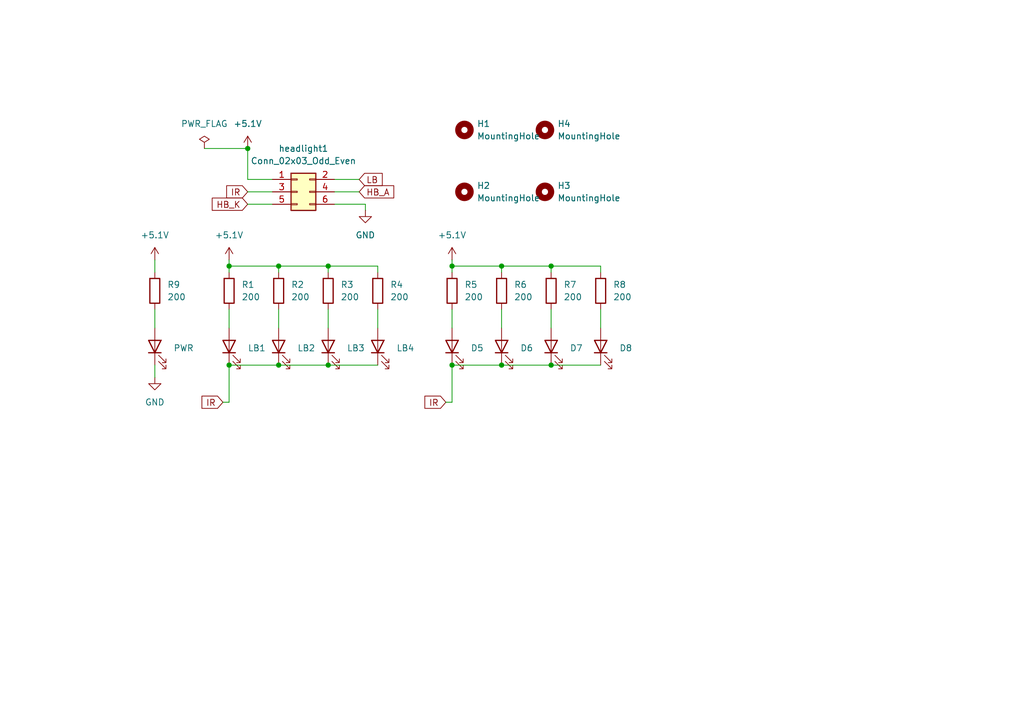
<source format=kicad_sch>
(kicad_sch (version 20250114) (generator "eeschema") (generator_version "9.0")
  (paper "A5")
  (title_block (date "2025-05-23") (rev "00"))
  (lib_symbols
    (symbol "Connector_Generic:Conn_02x03_Odd_Even" (pin_names (offset 1.016) (hide yes))
      (property "Reference" "J" (at 1.27 5.08 0))
      (property "Value" "Conn_02x03_Odd_Even" (at 1.27 -5.08 0))
      (symbol "Conn_02x03_Odd_Even_1_1"
        (rectangle (start -1.27 3.81) (end 3.81 -3.81) (stroke (width 0.254)) (fill (type background)))
        (rectangle (start -1.27 2.667) (end 0 2.413) (stroke (width 0.1524)))
        (rectangle (start -1.27 0.127) (end 0 -0.127) (stroke (width 0.1524)))
        (rectangle (start -1.27 -2.413) (end 0 -2.667) (stroke (width 0.1524)))
        (rectangle (start 3.81 2.667) (end 2.54 2.413) (stroke (width 0.1524)))
        (rectangle (start 3.81 0.127) (end 2.54 -0.127) (stroke (width 0.1524)))
        (rectangle (start 3.81 -2.413) (end 2.54 -2.667) (stroke (width 0.1524)))
        (pin passive line (at -5.08 2.54 0) (length 3.81) (name "Pin_1") (number "1"))
        (pin passive line (at -5.08 0 0) (length 3.81) (name "Pin_3") (number "3"))
        (pin passive line (at -5.08 -2.54 0) (length 3.81) (name "Pin_5") (number "5"))
        (pin passive line (at 7.62 2.54 180) (length 3.81) (name "Pin_2") (number "2"))
        (pin passive line (at 7.62 0 180) (length 3.81) (name "Pin_4") (number "4"))
        (pin passive line (at 7.62 -2.54 180) (length 3.81) (name "Pin_6") (number "6"))
      )
    )
    (symbol "Device:LED" (pin_numbers (hide yes)) (pin_names (offset 1.016) (hide yes))
      (property "Reference" "D" (at 0 2.54 0))
      (property "Value" "LED" (at 0 -2.54 0))
      (symbol "LED_0_1"
        (polyline (pts (xy -3.048 -0.762) (xy -4.572 -2.286) (xy -3.81 -2.286) (xy -4.572 -2.286) (xy -4.572 -1.524)))
        (polyline (pts (xy -1.778 -0.762) (xy -3.302 -2.286) (xy -2.54 -2.286) (xy -3.302 -2.286) (xy -3.302 -1.524)))
        (polyline (pts (xy -1.27 0) (xy 1.27 0)))
        (polyline (pts (xy -1.27 -1.27) (xy -1.27 1.27)) (stroke (width 0.254)))
        (polyline (pts (xy 1.27 -1.27) (xy 1.27 1.27) (xy -1.27 0) (xy 1.27 -1.27)) (stroke (width 0.254)))
      )
      (symbol "LED_1_1"
        (pin passive line (at -3.81 0 0) (length 2.54) (name "K") (number "1"))
        (pin passive line (at 3.81 0 180) (length 2.54) (name "A") (number "2"))
      )
    )
    (symbol "Device:R" (pin_numbers (hide yes)) (pin_names (offset 0))
      (property "Reference" "R" (at 2.032 0 90))
      (property "Value" "R" (at 0 0 90))
      (symbol "R_0_1"
        (rectangle (start -1.016 -2.54) (end 1.016 2.54) (stroke (width 0.254)))
      )
      (symbol "R_1_1"
        (pin passive line (at 0 3.81 270) (length 1.27) (name "~") (number "1"))
        (pin passive line (at 0 -3.81 90) (length 1.27) (name "~") (number "2"))
      )
    )
    (symbol "Mechanical:MountingHole" (pin_names (offset 1.016)) (exclude_from_sim yes) (in_bom no)
      (property "Reference" "H" (at 0 5.08 0))
      (property "Value" "MountingHole" (at 0 3.175 0))
      (symbol "MountingHole_0_1"
        (circle (center 0 0) (radius 1.27) (stroke (width 1.27)))
      )
    )
    (symbol "power:+5V" (power) (pin_numbers (hide yes)) (pin_names (offset 0) (hide yes))
      (property "Value" "+5V" (at 0 3.556 0))
      (symbol "+5V_0_1"
        (polyline (pts (xy -0.762 1.27) (xy 0 2.54)))
        (polyline (pts (xy 0 2.54) (xy 0.762 1.27)))
        (polyline (pts (xy 0 0) (xy 0 2.54)))
      )
      (symbol "+5V_1_1"
        (pin power_in line (at 0 0 90) (length 0) (name "~") (number "1"))
      )
    )
    (symbol "power:GND" (power) (pin_numbers (hide yes)) (pin_names (offset 0) (hide yes))
      (property "Value" "GND" (at 0 -3.81 0))
      (symbol "GND_0_1"
        (polyline (pts (xy 0 0) (xy 0 -1.27) (xy 1.27 -1.27) (xy 0 -2.54) (xy -1.27 -1.27) (xy 0 -1.27)))
      )
      (symbol "GND_1_1"
        (pin power_in line (at 0 0 270) (length 0) (name "~") (number "1"))
      )
    )
    (symbol "power:PWR_FLAG" (power) (pin_numbers (hide yes)) (pin_names (offset 0) (hide yes))
      (property "Value" "PWR_FLAG" (at 0 3.81 0))
      (symbol "PWR_FLAG_0_0"
        (pin power_out line (at 0 0 90) (length 0) (name "~") (number "1"))
      )
      (symbol "PWR_FLAG_0_1"
        (polyline (pts (xy 0 0) (xy 0 1.27) (xy -1.016 1.905) (xy 0 2.54) (xy 1.016 1.905) (xy 0 1.27)))
      )
    )
  )
  (junction (at 46.99 74.93))
  (junction (at 113.03 54.61))
  (junction (at 57.15 74.93))
  (junction (at 46.99 54.61))
  (junction (at 92.71 54.61))
  (junction (at 102.87 54.61))
  (junction (at 92.71 74.93))
  (junction (at 113.03 74.93))
  (junction (at 67.31 54.61))
  (junction (at 57.15 54.61))
  (junction (at 50.8 30.48))
  (junction (at 67.31 74.93))
  (junction (at 102.87 74.93))
  (wire (pts (xy 67.31 54.61) (xy 67.31 55.88)))
  (wire (pts (xy 92.71 54.61) (xy 92.71 55.88)))
  (wire (pts (xy 92.71 63.5) (xy 92.71 67.31)))
  (wire (pts (xy 57.15 54.61) (xy 57.15 55.88)))
  (wire (pts (xy 102.87 74.93) (xy 113.03 74.93)))
  (wire (pts (xy 92.71 82.55) (xy 92.71 74.93)))
  (wire (pts (xy 57.15 74.93) (xy 67.31 74.93)))
  (wire (pts (xy 41.91 30.48) (xy 50.8 30.48)))
  (wire (pts (xy 73.66 36.83) (xy 68.58 36.83)))
  (wire (pts (xy 102.87 54.61) (xy 113.03 54.61)))
  (wire (pts (xy 113.03 63.5) (xy 113.03 67.31)))
  (wire (pts (xy 57.15 63.5) (xy 57.15 67.31)))
  (wire (pts (xy 91.44 82.55) (xy 92.71 82.55)))
  (wire (pts (xy 113.03 74.93) (xy 123.19 74.93)))
  (wire (pts (xy 123.19 55.88) (xy 123.19 54.61)))
  (wire (pts (xy 46.99 74.93) (xy 57.15 74.93)))
  (wire (pts (xy 55.88 39.37) (xy 50.8 39.37)))
  (wire (pts (xy 67.31 74.93) (xy 77.47 74.93)))
  (wire (pts (xy 57.15 54.61) (xy 67.31 54.61)))
  (wire (pts (xy 45.72 82.55) (xy 46.99 82.55)))
  (wire (pts (xy 123.19 54.61) (xy 113.03 54.61)))
  (wire (pts (xy 102.87 54.61) (xy 92.71 54.61)))
  (wire (pts (xy 74.93 41.91) (xy 68.58 41.91)))
  (wire (pts (xy 92.71 74.93) (xy 102.87 74.93)))
  (wire (pts (xy 31.75 77.47) (xy 31.75 74.93)))
  (wire (pts (xy 46.99 82.55) (xy 46.99 74.93)))
  (wire (pts (xy 113.03 54.61) (xy 113.03 55.88)))
  (wire (pts (xy 92.71 53.34) (xy 92.71 54.61)))
  (wire (pts (xy 50.8 41.91) (xy 55.88 41.91)))
  (wire (pts (xy 46.99 53.34) (xy 46.99 54.61)))
  (wire (pts (xy 77.47 55.88) (xy 77.47 54.61)))
  (wire (pts (xy 50.8 36.83) (xy 55.88 36.83)))
  (wire (pts (xy 123.19 63.5) (xy 123.19 67.31)))
  (wire (pts (xy 102.87 63.5) (xy 102.87 67.31)))
  (wire (pts (xy 102.87 54.61) (xy 102.87 55.88)))
  (wire (pts (xy 67.31 63.5) (xy 67.31 67.31)))
  (wire (pts (xy 77.47 54.61) (xy 67.31 54.61)))
  (wire (pts (xy 46.99 54.61) (xy 46.99 55.88)))
  (wire (pts (xy 50.8 30.48) (xy 50.8 36.83)))
  (wire (pts (xy 31.75 67.31) (xy 31.75 63.5)))
  (wire (pts (xy 31.75 55.88) (xy 31.75 53.34)))
  (wire (pts (xy 46.99 63.5) (xy 46.99 67.31)))
  (wire (pts (xy 74.93 43.18) (xy 74.93 41.91)))
  (wire (pts (xy 77.47 63.5) (xy 77.47 67.31)))
  (wire (pts (xy 57.15 54.61) (xy 46.99 54.61)))
  (wire (pts (xy 73.66 39.37) (xy 68.58 39.37)))
  (global_label "IR" (shape input) (at 50.8 39.37 180) (property "Intersheetrefs" "${INTERSHEET_REFS}" (effects (hide yes))))
  (global_label "IR" (shape input) (at 91.44 82.55 180) (property "Intersheetrefs" "${INTERSHEET_REFS}" (effects (hide yes))))
  (global_label "HB_K" (shape input) (at 50.8 41.91 180) (property "Intersheetrefs" "${INTERSHEET_REFS}" (effects (hide yes))))
  (global_label "LB" (shape input) (at 73.66 36.83 0) (property "Intersheetrefs" "${INTERSHEET_REFS}" (effects (hide yes))))
  (global_label "HB_A" (shape input) (at 73.66 39.37 0) (property "Intersheetrefs" "${INTERSHEET_REFS}" (effects (hide yes))))
  (global_label "IR" (shape input) (at 45.72 82.55 180) (property "Intersheetrefs" "${INTERSHEET_REFS}" (effects (hide yes))))
  (symbol (lib_id "Device:LED") (at 67.31 71.12 90) (unit 1)
    (property "Reference" "LB3" (at 71.12 71.4374 90) (effects (justify right)))
    (property "Footprint" "LED_SMD:LED_1206_3216Metric_Pad1.42x1.75mm_HandSolder" (effects (hide yes)))
    (property "Description" "Light emitting diode" (effects (hide yes)))
    (property "Sim.Pins" "1=K 2=A" (effects (hide yes)))
  )
  (symbol (lib_id "Device:LED") (at 113.03 71.12 90) (unit 1)
    (property "Reference" "D7" (at 116.84 71.4374 90) (effects (justify right)))
    (property "Value" "LED" (effects (hide yes)))
    (property "Footprint" "LED_SMD:LED_1206_3216Metric_Pad1.42x1.75mm_HandSolder" (effects (hide yes)))
    (property "Description" "Light emitting diode" (effects (hide yes)))
    (property "Sim.Pins" "1=K 2=A" (effects (hide yes)))
  )
  (symbol (lib_id "Device:LED") (at 92.71 71.12 90) (unit 1)
    (property "Reference" "D5" (at 96.52 71.4374 90) (effects (justify right)))
    (property "Value" "IR1" (effects (hide yes)))
    (property "Footprint" "LED_SMD:LED_1206_3216Metric_Pad1.42x1.75mm_HandSolder" (effects (hide yes)))
    (property "Description" "Light emitting diode" (effects (hide yes)))
    (property "Sim.Pins" "1=K 2=A" (effects (hide yes)))
  )
  (symbol (lib_id "power:GND") (at 31.75 77.47 0) (unit 1)
    (property "Reference" "#PWR02" (effects (hide yes)))
    (property "Value" "GND" (at 31.75 82.55 0))
    (property "Description" "Power symbol creates a global label with name \"GND\" , ground" (effects (hide yes)))
  )
  (symbol (lib_id "Device:LED") (at 102.87 71.12 90) (unit 1)
    (property "Reference" "D6" (at 106.68 71.4374 90) (effects (justify right)))
    (property "Value" "LED" (effects (hide yes)))
    (property "Footprint" "LED_SMD:LED_1206_3216Metric_Pad1.42x1.75mm_HandSolder" (effects (hide yes)))
    (property "Description" "Light emitting diode" (effects (hide yes)))
    (property "Sim.Pins" "1=K 2=A" (effects (hide yes)))
  )
  (symbol (lib_id "Mechanical:MountingHole") (at 95.25 26.67 0) (unit 1) (exclude_from_sim yes) (in_bom no)
    (property "Reference" "H1" (at 97.79 25.3999 0) (effects (justify left)))
    (property "Value" "MountingHole" (at 97.79 27.9399 0) (effects (justify left)))
    (property "Description" "Mounting Hole without connection" (effects (hide yes)))
  )
  (symbol (lib_id "Mechanical:MountingHole") (at 111.76 39.37 0) (unit 1) (exclude_from_sim yes) (in_bom no)
    (property "Reference" "H3" (at 114.3 38.0999 0) (effects (justify left)))
    (property "Value" "MountingHole" (at 114.3 40.6399 0) (effects (justify left)))
    (property "Description" "Mounting Hole without connection" (effects (hide yes)))
  )
  (symbol (lib_id "power:+5V") (at 46.99 53.34 0) (unit 1)
    (property "Reference" "#PWR069" (effects (hide yes)))
    (property "Value" "+5.1V" (at 46.99 48.26 0))
    (property "Description" "Power symbol creates a global label with name \"+5V\"" (effects (hide yes)))
  )
  (symbol (lib_id "Mechanical:MountingHole") (at 111.76 26.67 0) (unit 1) (exclude_from_sim yes) (in_bom no)
    (property "Reference" "H4" (at 114.3 25.3999 0) (effects (justify left)))
    (property "Value" "MountingHole" (at 114.3 27.9399 0) (effects (justify left)))
    (property "Description" "Mounting Hole without connection" (effects (hide yes)))
  )
  (symbol (lib_id "Device:R") (at 113.03 59.69 0) (unit 1)
    (property "Reference" "R7" (at 115.57 58.4199 0) (effects (justify left)))
    (property "Value" "200" (at 115.57 60.9599 0) (effects (justify left)))
    (property "Footprint" "Resistor_SMD:R_0603_1608Metric_Pad0.98x0.95mm_HandSolder" (effects (hide yes)))
    (property "Description" "Resistor" (effects (hide yes)))
  )
  (symbol (lib_id "Device:LED") (at 123.19 71.12 90) (unit 1)
    (property "Reference" "D8" (at 127 71.4374 90) (effects (justify right)))
    (property "Value" "LED" (effects (hide yes)))
    (property "Footprint" "LED_SMD:LED_1206_3216Metric_Pad1.42x1.75mm_HandSolder" (effects (hide yes)))
    (property "Description" "Light emitting diode" (effects (hide yes)))
    (property "Sim.Pins" "1=K 2=A" (effects (hide yes)))
  )
  (symbol (lib_id "Device:R") (at 77.47 59.69 0) (unit 1)
    (property "Reference" "R4" (at 80.01 58.4199 0) (effects (justify left)))
    (property "Value" "200" (at 80.01 60.9599 0) (effects (justify left)))
    (property "Footprint" "Resistor_SMD:R_0603_1608Metric_Pad0.98x0.95mm_HandSolder" (effects (hide yes)))
    (property "Description" "Resistor" (effects (hide yes)))
  )
  (symbol (lib_id "Mechanical:MountingHole") (at 95.25 39.37 0) (unit 1) (exclude_from_sim yes) (in_bom no)
    (property "Reference" "H2" (at 97.79 38.0999 0) (effects (justify left)))
    (property "Value" "MountingHole" (at 97.79 40.6399 0) (effects (justify left)))
    (property "Description" "Mounting Hole without connection" (effects (hide yes)))
  )
  (symbol (lib_id "Device:R") (at 57.15 59.69 0) (unit 1)
    (property "Reference" "R2" (at 59.69 58.4199 0) (effects (justify left)))
    (property "Value" "200" (at 59.69 60.9599 0) (effects (justify left)))
    (property "Footprint" "Resistor_SMD:R_0603_1608Metric_Pad0.98x0.95mm_HandSolder" (effects (hide yes)))
    (property "Description" "Resistor" (effects (hide yes)))
  )
  (symbol (lib_id "power:+5V") (at 31.75 53.34 0) (unit 1)
    (property "Reference" "#PWR071" (effects (hide yes)))
    (property "Value" "+5.1V" (at 31.75 48.26 0))
    (property "Description" "Power symbol creates a global label with name \"+5V\"" (effects (hide yes)))
  )
  (symbol (lib_id "Device:LED") (at 77.47 71.12 90) (unit 1)
    (property "Reference" "LB4" (at 81.28 71.4374 90) (effects (justify right)))
    (property "Footprint" "LED_SMD:LED_1206_3216Metric_Pad1.42x1.75mm_HandSolder" (effects (hide yes)))
    (property "Description" "Light emitting diode" (effects (hide yes)))
    (property "Sim.Pins" "1=K 2=A" (effects (hide yes)))
  )
  (symbol (lib_id "Device:R") (at 92.71 59.69 0) (unit 1)
    (property "Reference" "R5" (at 95.25 58.4199 0) (effects (justify left)))
    (property "Value" "200" (at 95.25 60.9599 0) (effects (justify left)))
    (property "Footprint" "Resistor_SMD:R_0603_1608Metric_Pad0.98x0.95mm_HandSolder" (effects (hide yes)))
    (property "Description" "Resistor" (effects (hide yes)))
  )
  (symbol (lib_id "power:GND") (at 74.93 43.18 0) (unit 1)
    (property "Reference" "#PWR01" (effects (hide yes)))
    (property "Value" "GND" (at 74.93 48.26 0))
    (property "Description" "Power symbol creates a global label with name \"GND\" , ground" (effects (hide yes)))
  )
  (symbol (lib_id "Device:R") (at 46.99 59.69 0) (unit 1)
    (property "Reference" "R1" (at 49.53 58.4199 0) (effects (justify left)))
    (property "Value" "200" (at 49.53 60.9599 0) (effects (justify left)))
    (property "Footprint" "Resistor_SMD:R_0603_1608Metric_Pad0.98x0.95mm_HandSolder" (effects (hide yes)))
    (property "Description" "Resistor" (effects (hide yes)))
  )
  (symbol (lib_id "Connector_Generic:Conn_02x03_Odd_Even") (at 60.96 39.37 0) (unit 1)
    (property "Reference" "headlight1" (at 62.23 30.48 0))
    (property "Value" "Conn_02x03_Odd_Even" (at 62.23 33.02 0))
    (property "Footprint" "Connector_PinHeader_2.54mm:PinHeader_2x03_P2.54mm_Vertical" (effects (hide yes)))
    (property "Description" "Generic connector, double row, 02x03, odd/even pin numbering scheme (row 1 odd numbers, row 2 even numbers), script generated (kicad-library-utils/schlib/autogen/connector/)" (effects (hide yes)))
  )
  (symbol (lib_id "power:+5V") (at 50.8 30.48 0) (unit 1)
    (property "Reference" "#PWR068" (effects (hide yes)))
    (property "Value" "+5.1V" (at 50.8 25.4 0))
    (property "Description" "Power symbol creates a global label with name \"+5V\"" (effects (hide yes)))
  )
  (symbol (lib_id "Device:R") (at 123.19 59.69 0) (unit 1)
    (property "Reference" "R8" (at 125.73 58.4199 0) (effects (justify left)))
    (property "Value" "200" (at 125.73 60.9599 0) (effects (justify left)))
    (property "Footprint" "Resistor_SMD:R_0603_1608Metric_Pad0.98x0.95mm_HandSolder" (effects (hide yes)))
    (property "Description" "Resistor" (effects (hide yes)))
  )
  (symbol (lib_id "power:+5V") (at 92.71 53.34 0) (unit 1)
    (property "Reference" "#PWR070" (effects (hide yes)))
    (property "Value" "+5.1V" (at 92.71 48.26 0))
    (property "Description" "Power symbol creates a global label with name \"+5V\"" (effects (hide yes)))
  )
  (symbol (lib_id "Device:R") (at 102.87 59.69 0) (unit 1)
    (property "Reference" "R6" (at 105.41 58.4199 0) (effects (justify left)))
    (property "Value" "200" (at 105.41 60.9599 0) (effects (justify left)))
    (property "Footprint" "Resistor_SMD:R_0603_1608Metric_Pad0.98x0.95mm_HandSolder" (effects (hide yes)))
    (property "Description" "Resistor" (effects (hide yes)))
  )
  (symbol (lib_id "Device:LED") (at 46.99 71.12 90) (unit 1)
    (property "Reference" "LB1" (at 50.8 71.4374 90) (effects (justify right)))
    (property "Footprint" "LED_SMD:LED_1206_3216Metric_Pad1.42x1.75mm_HandSolder" (effects (hide yes)))
    (property "Description" "Light emitting diode" (effects (hide yes)))
    (property "Sim.Pins" "1=K 2=A" (effects (hide yes)))
  )
  (symbol (lib_id "Device:R") (at 67.31 59.69 0) (unit 1)
    (property "Reference" "R3" (at 69.85 58.4199 0) (effects (justify left)))
    (property "Value" "200" (at 69.85 60.9599 0) (effects (justify left)))
    (property "Footprint" "Resistor_SMD:R_0603_1608Metric_Pad0.98x0.95mm_HandSolder" (effects (hide yes)))
    (property "Description" "Resistor" (effects (hide yes)))
  )
  (symbol (lib_id "Device:R") (at 31.75 59.69 0) (unit 1)
    (property "Reference" "R9" (at 34.29 58.4199 0) (effects (justify left)))
    (property "Value" "200" (at 34.29 60.9599 0) (effects (justify left)))
    (property "Footprint" "Resistor_SMD:R_0603_1608Metric_Pad0.98x0.95mm_HandSolder" (effects (hide yes)))
    (property "Description" "Resistor" (effects (hide yes)))
  )
  (symbol (lib_id "Device:LED") (at 57.15 71.12 90) (unit 1)
    (property "Reference" "LB2" (at 60.96 71.4374 90) (effects (justify right)))
    (property "Footprint" "LED_SMD:LED_1206_3216Metric_Pad1.42x1.75mm_HandSolder" (effects (hide yes)))
    (property "Description" "Light emitting diode" (effects (hide yes)))
    (property "Sim.Pins" "1=K 2=A" (effects (hide yes)))
  )
  (symbol (lib_id "Device:LED") (at 31.75 71.12 90) (unit 1)
    (property "Reference" "PWR" (at 35.56 71.4374 90) (effects (justify right)))
    (property "Value" "LED" (effects (hide yes)))
    (property "Footprint" "LED_SMD:LED_1206_3216Metric_Pad1.42x1.75mm_HandSolder" (effects (hide yes)))
    (property "Description" "Light emitting diode" (effects (hide yes)))
    (property "Sim.Pins" "1=K 2=A" (effects (hide yes)))
  )
  (symbol (lib_id "power:PWR_FLAG") (at 41.91 30.48 0) (unit 1)
    (property "Reference" "#FLG01" (effects (hide yes)))
    (property "Value" "PWR_FLAG" (at 41.91 25.4 0))
    (property "Description" "Special symbol for telling ERC where power comes from" (effects (hide yes)))
  )
)
</source>
